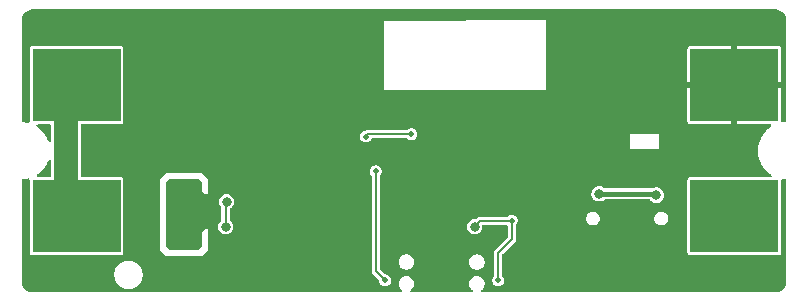
<source format=gbr>
%TF.GenerationSoftware,KiCad,Pcbnew,9.0.1*%
%TF.CreationDate,2025-08-28T21:03:41+10:00*%
%TF.ProjectId,ae-temp-monitor,61652d74-656d-4702-9d6d-6f6e69746f72,rev?*%
%TF.SameCoordinates,Original*%
%TF.FileFunction,Copper,L2,Bot*%
%TF.FilePolarity,Positive*%
%FSLAX46Y46*%
G04 Gerber Fmt 4.6, Leading zero omitted, Abs format (unit mm)*
G04 Created by KiCad (PCBNEW 9.0.1) date 2025-08-28 21:03:41*
%MOMM*%
%LPD*%
G01*
G04 APERTURE LIST*
%TA.AperFunction,SMDPad,CuDef*%
%ADD10R,7.450000X6.100000*%
%TD*%
%TA.AperFunction,ViaPad*%
%ADD11C,0.500000*%
%TD*%
%TA.AperFunction,ViaPad*%
%ADD12C,0.800000*%
%TD*%
%TA.AperFunction,Conductor*%
%ADD13C,2.000000*%
%TD*%
%TA.AperFunction,Conductor*%
%ADD14C,0.200000*%
%TD*%
%TA.AperFunction,Conductor*%
%ADD15C,0.400000*%
%TD*%
G04 APERTURE END LIST*
D10*
%TO.P,BT2,1,+*%
%TO.N,BATT*%
X166949999Y-80884924D03*
%TO.P,BT2,2,-*%
%TO.N,GND*%
X166949999Y-69784924D03*
%TO.P,BT2,3*%
%TO.N,N/C*%
X111250001Y-69784924D03*
X111250001Y-80884924D03*
%TD*%
D11*
%TO.N,GND*%
X156950000Y-72834924D03*
X146053595Y-73509924D03*
X139289298Y-79174223D03*
X119349999Y-82659925D03*
X140903596Y-79434925D03*
X120600000Y-78759925D03*
X151127687Y-80411064D03*
D12*
X154824999Y-84509924D03*
D11*
X135753596Y-73209925D03*
X143363286Y-84053405D03*
X161737501Y-76459923D03*
X144053594Y-77409925D03*
D12*
X160850000Y-84559924D03*
D11*
X147874576Y-85004844D03*
X137400688Y-84037997D03*
X142153595Y-73509926D03*
X153975000Y-77984924D03*
X140153594Y-71709924D03*
X112600000Y-76584922D03*
X146053595Y-75509926D03*
D12*
X150850000Y-81634925D03*
D11*
X116850000Y-75834925D03*
X148103594Y-71659926D03*
X140990629Y-84037998D03*
X135870019Y-78659592D03*
X160075000Y-77459925D03*
X152433595Y-66734923D03*
D12*
X161550000Y-82209924D03*
D11*
X144053595Y-73509926D03*
X163875000Y-71884925D03*
X142153596Y-75509925D03*
X146053595Y-77409926D03*
X142153596Y-77409926D03*
X144053594Y-75509925D03*
X140153594Y-72909926D03*
%TO.N,Net-(U1-EN{slash}CHIP_PU)*%
X137375000Y-86309925D03*
X136590858Y-77066389D03*
D12*
%TO.N,SCL*%
X123950001Y-79659925D03*
X144949999Y-81760924D03*
X123875000Y-81759924D03*
D11*
X148104922Y-81259968D03*
X146945000Y-86314924D03*
%TO.N,PXL_PWR*%
X135750001Y-74134925D03*
X139600000Y-73934924D03*
%TO.N,BATT*%
X167125000Y-78109924D03*
X167175000Y-79809925D03*
D12*
%TO.N,BATT_DIS*%
X155500000Y-78984923D03*
X160336279Y-79098311D03*
%TD*%
D13*
%TO.N,*%
X110346557Y-70688369D02*
X110346557Y-79981480D01*
D14*
%TO.N,Net-(U1-EN{slash}CHIP_PU)*%
X136590858Y-77066389D02*
X136590858Y-85525783D01*
X136590858Y-85525783D02*
X137375000Y-86309925D01*
%TO.N,SCL*%
X144949999Y-81760924D02*
X144950000Y-81759922D01*
X146945000Y-83989923D02*
X146945000Y-86314924D01*
X123875000Y-81759924D02*
X123875001Y-79659925D01*
X148104922Y-82830001D02*
X146945000Y-83989923D01*
X123875001Y-79659925D02*
X123950001Y-79659925D01*
X145449956Y-81259966D02*
X148104922Y-81259968D01*
X148104922Y-81259968D02*
X148104922Y-82830001D01*
X144950000Y-81759922D02*
X145449956Y-81259966D01*
%TO.N,PXL_PWR*%
X139600000Y-73934924D02*
X135949999Y-73934925D01*
X135949999Y-73934925D02*
X135750001Y-74134925D01*
D15*
%TO.N,BATT_DIS*%
X160336279Y-79098311D02*
X160222892Y-78984923D01*
X160222892Y-78984923D02*
X155500000Y-78984923D01*
%TD*%
%TA.AperFunction,Conductor*%
%TO.N,GND*%
G36*
X170355394Y-63335896D02*
G01*
X170503011Y-63348812D01*
X170516347Y-63350715D01*
X170541920Y-63355802D01*
X170549780Y-63357635D01*
X170678103Y-63392020D01*
X170693439Y-63397226D01*
X170705933Y-63402401D01*
X170710844Y-63404561D01*
X170839862Y-63464725D01*
X170839916Y-63464750D01*
X170858634Y-63475558D01*
X170983569Y-63563040D01*
X171000126Y-63576932D01*
X171107980Y-63684790D01*
X171121873Y-63701348D01*
X171209355Y-63826289D01*
X171220162Y-63845008D01*
X171280330Y-63974043D01*
X171282512Y-63979002D01*
X171287679Y-63991479D01*
X171292889Y-64006831D01*
X171327259Y-64135109D01*
X171329102Y-64143012D01*
X171334183Y-64168558D01*
X171336093Y-64181941D01*
X171349028Y-64329811D01*
X171349500Y-64340617D01*
X171349500Y-72804705D01*
X171329815Y-72871744D01*
X171277011Y-72917499D01*
X171225500Y-72928705D01*
X171198603Y-72928705D01*
X171064540Y-72945642D01*
X170995562Y-72934515D01*
X170943550Y-72887862D01*
X170924999Y-72822620D01*
X170924999Y-70034924D01*
X167199999Y-70034924D01*
X167199999Y-73084924D01*
X169971530Y-73084924D01*
X170001788Y-73093808D01*
X170032507Y-73100953D01*
X170035058Y-73103578D01*
X170038569Y-73104609D01*
X170059212Y-73128433D01*
X170081201Y-73151059D01*
X170081928Y-73154648D01*
X170084324Y-73157413D01*
X170088811Y-73188621D01*
X170095075Y-73219537D01*
X170093747Y-73222947D01*
X170094268Y-73226571D01*
X170081167Y-73255257D01*
X170069725Y-73284646D01*
X170066167Y-73288103D01*
X170065243Y-73290127D01*
X170044414Y-73309243D01*
X170017758Y-73328609D01*
X170013783Y-73331380D01*
X170012058Y-73332532D01*
X170008003Y-73335644D01*
X170005412Y-73337579D01*
X169813202Y-73477228D01*
X169813199Y-73477231D01*
X169771739Y-73516163D01*
X169767236Y-73520390D01*
X169762145Y-73524298D01*
X169747787Y-73538655D01*
X169746343Y-73540012D01*
X169592492Y-73684489D01*
X169550900Y-73734764D01*
X169547168Y-73739274D01*
X169539398Y-73747045D01*
X169522218Y-73769434D01*
X169520745Y-73771215D01*
X169399499Y-73917777D01*
X169399494Y-73917783D01*
X169359934Y-73980117D01*
X169359935Y-73980118D01*
X169356968Y-73984792D01*
X169347632Y-73996960D01*
X169331352Y-74025157D01*
X169329936Y-74027389D01*
X169237268Y-74173412D01*
X169237264Y-74173420D01*
X169202073Y-74248199D01*
X169202074Y-74248200D01*
X169199851Y-74252922D01*
X169190126Y-74269768D01*
X169176898Y-74301700D01*
X169175642Y-74304372D01*
X169110768Y-74442238D01*
X169108354Y-74447369D01*
X169108348Y-74447387D01*
X169079993Y-74534652D01*
X169079992Y-74534651D01*
X169078480Y-74539301D01*
X169069576Y-74560800D01*
X169060546Y-74594499D01*
X169059533Y-74597618D01*
X169014793Y-74735316D01*
X169014792Y-74735321D01*
X168995818Y-74834772D01*
X168995819Y-74834773D01*
X168994963Y-74839257D01*
X168988045Y-74865078D01*
X168983603Y-74898811D01*
X168982936Y-74902313D01*
X168982934Y-74902326D01*
X168958059Y-75032728D01*
X168958057Y-75032742D01*
X168951079Y-75143651D01*
X168950812Y-75147888D01*
X168946928Y-75177394D01*
X168946928Y-75209643D01*
X168946683Y-75213539D01*
X168946683Y-75213544D01*
X168939048Y-75334894D01*
X168939048Y-75334904D01*
X168946683Y-75456254D01*
X168946683Y-75456257D01*
X168946928Y-75460152D01*
X168946928Y-75492406D01*
X168950811Y-75521904D01*
X168951078Y-75526141D01*
X168951079Y-75526149D01*
X168958057Y-75637062D01*
X168958058Y-75637069D01*
X168982934Y-75767474D01*
X168983602Y-75770979D01*
X168988045Y-75804722D01*
X168994968Y-75830559D01*
X168995820Y-75835025D01*
X168995819Y-75835027D01*
X169014791Y-75934476D01*
X169014793Y-75934483D01*
X169059534Y-76072183D01*
X169060543Y-76075288D01*
X169069576Y-76109000D01*
X169078483Y-76130505D01*
X169079991Y-76135144D01*
X169079994Y-76135152D01*
X169108352Y-76222428D01*
X169175649Y-76365440D01*
X169175648Y-76365440D01*
X169176895Y-76368091D01*
X169190126Y-76400032D01*
X169199861Y-76416894D01*
X169202075Y-76421598D01*
X169202075Y-76421599D01*
X169237265Y-76496381D01*
X169237268Y-76496387D01*
X169329946Y-76642426D01*
X169331346Y-76644633D01*
X169347632Y-76672840D01*
X169356974Y-76685014D01*
X169359929Y-76689671D01*
X169359936Y-76689681D01*
X169399481Y-76751994D01*
X169399500Y-76752023D01*
X169520748Y-76898587D01*
X169522201Y-76900343D01*
X169539398Y-76922755D01*
X169547174Y-76930531D01*
X169550905Y-76935041D01*
X169592492Y-76985311D01*
X169746342Y-77129785D01*
X169747753Y-77131110D01*
X169762145Y-77145502D01*
X169767249Y-77149418D01*
X169813159Y-77192531D01*
X169813199Y-77192568D01*
X169813209Y-77192576D01*
X169837775Y-77210424D01*
X170006703Y-77333158D01*
X170012060Y-77337268D01*
X170013518Y-77338109D01*
X170019475Y-77342437D01*
X170043796Y-77360108D01*
X170086460Y-77415439D01*
X170092438Y-77485053D01*
X170059830Y-77546847D01*
X169998990Y-77581202D01*
X169970908Y-77584424D01*
X163200322Y-77584424D01*
X163127263Y-77598956D01*
X163127259Y-77598957D01*
X163044398Y-77654323D01*
X162989032Y-77737184D01*
X162989031Y-77737188D01*
X162974499Y-77810245D01*
X162974499Y-83959602D01*
X162989031Y-84032659D01*
X162989032Y-84032663D01*
X162989033Y-84032664D01*
X163044398Y-84115525D01*
X163127259Y-84170890D01*
X163127263Y-84170891D01*
X163200320Y-84185423D01*
X163200323Y-84185424D01*
X163200325Y-84185424D01*
X170699675Y-84185424D01*
X170699676Y-84185423D01*
X170772739Y-84170890D01*
X170855600Y-84115525D01*
X170910965Y-84032664D01*
X170925499Y-83959598D01*
X170925499Y-77847242D01*
X170929806Y-77832572D01*
X170929169Y-77817298D01*
X170939450Y-77799729D01*
X170945184Y-77780203D01*
X170956735Y-77770193D01*
X170964459Y-77756996D01*
X170982608Y-77747774D01*
X170997988Y-77734448D01*
X171014061Y-77731793D01*
X171026750Y-77725347D01*
X171058814Y-77724403D01*
X171062013Y-77723875D01*
X171063509Y-77724026D01*
X171198615Y-77741095D01*
X171231774Y-77741095D01*
X171238014Y-77741728D01*
X171264797Y-77752634D01*
X171292539Y-77760780D01*
X171296757Y-77765647D01*
X171302725Y-77768078D01*
X171319361Y-77791735D01*
X171338294Y-77813584D01*
X171339891Y-77820928D01*
X171342917Y-77825230D01*
X171343412Y-77837114D01*
X171349500Y-77865095D01*
X171349500Y-86329507D01*
X171349028Y-86340318D01*
X171336238Y-86486460D01*
X171334327Y-86499841D01*
X171328497Y-86529150D01*
X171326654Y-86537054D01*
X171293216Y-86661836D01*
X171288004Y-86677191D01*
X171280983Y-86694142D01*
X171278802Y-86699098D01*
X171220170Y-86824829D01*
X171209363Y-86843547D01*
X171121873Y-86968491D01*
X171107979Y-86985048D01*
X171000130Y-87092895D01*
X170983572Y-87106789D01*
X170858626Y-87194275D01*
X170839908Y-87205081D01*
X170714183Y-87263707D01*
X170709230Y-87265887D01*
X170692272Y-87272911D01*
X170676914Y-87278124D01*
X170552128Y-87311560D01*
X170544224Y-87313403D01*
X170514922Y-87319231D01*
X170501541Y-87321141D01*
X170377492Y-87331994D01*
X170355106Y-87333953D01*
X170344304Y-87334425D01*
X145610417Y-87334425D01*
X145543378Y-87314740D01*
X145497623Y-87261936D01*
X145487679Y-87192778D01*
X145516704Y-87129222D01*
X145541527Y-87107323D01*
X145554753Y-87098484D01*
X145559669Y-87095200D01*
X145650276Y-87004593D01*
X145721465Y-86898051D01*
X145770501Y-86779668D01*
X145783280Y-86715424D01*
X145795500Y-86653995D01*
X145795500Y-86525852D01*
X145770502Y-86400185D01*
X145770501Y-86400184D01*
X145770501Y-86400180D01*
X145721465Y-86281797D01*
X145721464Y-86281796D01*
X145721461Y-86281790D01*
X145650276Y-86175255D01*
X145650273Y-86175251D01*
X145559672Y-86084650D01*
X145559668Y-86084647D01*
X145453133Y-86013462D01*
X145453124Y-86013457D01*
X145334744Y-85964423D01*
X145334738Y-85964421D01*
X145209071Y-85939424D01*
X145209069Y-85939424D01*
X145080931Y-85939424D01*
X145080929Y-85939424D01*
X144955261Y-85964421D01*
X144955255Y-85964423D01*
X144836875Y-86013457D01*
X144836866Y-86013462D01*
X144730331Y-86084647D01*
X144730327Y-86084650D01*
X144639726Y-86175251D01*
X144639723Y-86175255D01*
X144568538Y-86281790D01*
X144568533Y-86281799D01*
X144519499Y-86400179D01*
X144519497Y-86400185D01*
X144494500Y-86525852D01*
X144494500Y-86525855D01*
X144494500Y-86653993D01*
X144494500Y-86653995D01*
X144494499Y-86653995D01*
X144519497Y-86779662D01*
X144519499Y-86779668D01*
X144568533Y-86898048D01*
X144568538Y-86898057D01*
X144639723Y-87004592D01*
X144639726Y-87004596D01*
X144730327Y-87095197D01*
X144730335Y-87095203D01*
X144748473Y-87107323D01*
X144793279Y-87160935D01*
X144801986Y-87230260D01*
X144771832Y-87293287D01*
X144712389Y-87330007D01*
X144679583Y-87334425D01*
X139632934Y-87334425D01*
X139565895Y-87314740D01*
X139520140Y-87261936D01*
X139510196Y-87192778D01*
X139539221Y-87129222D01*
X139564043Y-87107323D01*
X139589669Y-87090200D01*
X139680273Y-86999596D01*
X139680276Y-86999593D01*
X139751465Y-86893051D01*
X139800501Y-86774668D01*
X139813281Y-86710422D01*
X139825500Y-86648995D01*
X139825500Y-86520852D01*
X139800502Y-86395185D01*
X139800501Y-86395184D01*
X139800501Y-86395180D01*
X139751465Y-86276797D01*
X139751464Y-86276796D01*
X139751461Y-86276790D01*
X139680276Y-86170255D01*
X139680273Y-86170251D01*
X139589672Y-86079650D01*
X139589668Y-86079647D01*
X139483133Y-86008462D01*
X139483124Y-86008457D01*
X139364744Y-85959423D01*
X139364738Y-85959421D01*
X139239071Y-85934424D01*
X139239069Y-85934424D01*
X139110931Y-85934424D01*
X139110929Y-85934424D01*
X138985261Y-85959421D01*
X138985255Y-85959423D01*
X138866875Y-86008457D01*
X138866866Y-86008462D01*
X138760331Y-86079647D01*
X138760327Y-86079650D01*
X138669726Y-86170251D01*
X138669723Y-86170255D01*
X138598538Y-86276790D01*
X138598533Y-86276799D01*
X138549499Y-86395179D01*
X138549497Y-86395185D01*
X138524500Y-86520852D01*
X138524500Y-86520855D01*
X138524500Y-86648993D01*
X138524500Y-86648995D01*
X138524499Y-86648995D01*
X138549497Y-86774662D01*
X138549499Y-86774668D01*
X138598533Y-86893048D01*
X138598538Y-86893057D01*
X138669723Y-86999592D01*
X138669726Y-86999596D01*
X138760330Y-87090200D01*
X138785957Y-87107323D01*
X138830762Y-87160935D01*
X138839469Y-87230260D01*
X138809315Y-87293287D01*
X138749872Y-87330007D01*
X138717066Y-87334425D01*
X107605413Y-87334425D01*
X107594605Y-87333953D01*
X107448450Y-87321165D01*
X107435067Y-87319254D01*
X107405773Y-87313427D01*
X107397871Y-87311585D01*
X107273071Y-87278146D01*
X107257715Y-87272933D01*
X107240790Y-87265923D01*
X107235835Y-87263743D01*
X107110073Y-87205100D01*
X107091354Y-87194293D01*
X106966411Y-87106808D01*
X106949854Y-87092915D01*
X106842001Y-86985064D01*
X106828107Y-86968507D01*
X106740615Y-86843560D01*
X106729808Y-86824842D01*
X106723085Y-86810425D01*
X106671154Y-86699065D01*
X106669003Y-86694176D01*
X106661971Y-86677200D01*
X106656759Y-86661845D01*
X106656757Y-86661836D01*
X106623319Y-86537054D01*
X106621485Y-86529192D01*
X106615643Y-86499826D01*
X106613738Y-86486481D01*
X106600972Y-86340603D01*
X106600500Y-86329793D01*
X106600500Y-85740437D01*
X114449500Y-85740437D01*
X114449500Y-85929410D01*
X114479059Y-86116042D01*
X114537454Y-86295760D01*
X114590662Y-86400185D01*
X114623240Y-86464123D01*
X114734310Y-86616997D01*
X114867927Y-86750614D01*
X115020801Y-86861684D01*
X115092187Y-86898057D01*
X115189163Y-86947469D01*
X115189165Y-86947469D01*
X115189168Y-86947471D01*
X115253910Y-86968507D01*
X115368881Y-87005864D01*
X115555514Y-87035424D01*
X115555519Y-87035424D01*
X115744486Y-87035424D01*
X115931118Y-87005864D01*
X115995133Y-86985064D01*
X116110832Y-86947471D01*
X116279199Y-86861684D01*
X116432073Y-86750614D01*
X116565690Y-86616997D01*
X116676760Y-86464123D01*
X116762547Y-86295756D01*
X116820940Y-86116042D01*
X116825912Y-86084648D01*
X116850500Y-85929410D01*
X116850500Y-85740437D01*
X116820940Y-85553805D01*
X116776463Y-85416920D01*
X116762547Y-85374092D01*
X116762545Y-85374089D01*
X116762545Y-85374087D01*
X116717290Y-85285271D01*
X116676760Y-85205725D01*
X116565690Y-85052851D01*
X116432073Y-84919234D01*
X116279199Y-84808164D01*
X116110836Y-84722378D01*
X115931118Y-84663983D01*
X115744486Y-84634424D01*
X115744481Y-84634424D01*
X115555519Y-84634424D01*
X115555514Y-84634424D01*
X115368881Y-84663983D01*
X115189163Y-84722378D01*
X115020800Y-84808164D01*
X114933579Y-84871534D01*
X114867927Y-84919234D01*
X114867925Y-84919236D01*
X114867924Y-84919236D01*
X114734312Y-85052848D01*
X114734312Y-85052849D01*
X114734310Y-85052851D01*
X114686610Y-85118503D01*
X114623240Y-85205724D01*
X114537454Y-85374087D01*
X114479059Y-85553805D01*
X114449500Y-85740437D01*
X106600500Y-85740437D01*
X106600500Y-77865047D01*
X106620185Y-77798008D01*
X106672989Y-77752253D01*
X106724500Y-77741047D01*
X106751380Y-77741047D01*
X106751382Y-77741047D01*
X106751387Y-77741046D01*
X106751391Y-77741046D01*
X107051750Y-77703101D01*
X107051749Y-77703101D01*
X107051758Y-77703100D01*
X107119666Y-77685664D01*
X107189491Y-77688057D01*
X107246941Y-77727823D01*
X107273771Y-77792336D01*
X107274501Y-77805768D01*
X107274501Y-83959602D01*
X107289033Y-84032659D01*
X107289034Y-84032663D01*
X107289035Y-84032664D01*
X107344400Y-84115525D01*
X107427261Y-84170890D01*
X107427265Y-84170891D01*
X107500322Y-84185423D01*
X107500325Y-84185424D01*
X107500327Y-84185424D01*
X114999677Y-84185424D01*
X114999678Y-84185423D01*
X115072741Y-84170890D01*
X115155602Y-84115525D01*
X115210967Y-84032664D01*
X115225501Y-83959598D01*
X115225501Y-77810250D01*
X115225501Y-77810247D01*
X115225500Y-77810245D01*
X115210968Y-77737186D01*
X115204712Y-77727823D01*
X115192614Y-77709716D01*
X118349501Y-77709716D01*
X118349501Y-83709718D01*
X118349501Y-83710132D01*
X118849793Y-84210424D01*
X118901561Y-84210424D01*
X118901570Y-84210423D01*
X121850207Y-84210423D01*
X122350500Y-83710132D01*
X122350500Y-83709718D01*
X122350500Y-81959718D01*
X122350207Y-81959425D01*
X122350205Y-81959424D01*
X122100208Y-81959424D01*
X122099794Y-81959424D01*
X122099793Y-81959424D01*
X121849500Y-82209717D01*
X121849500Y-83408353D01*
X121829815Y-83475392D01*
X121813182Y-83496033D01*
X121636113Y-83673105D01*
X121574790Y-83706591D01*
X121548431Y-83709425D01*
X119151569Y-83709425D01*
X119084530Y-83689740D01*
X119063888Y-83673106D01*
X118886819Y-83496036D01*
X118853334Y-83434713D01*
X118850500Y-83408355D01*
X118850500Y-81823995D01*
X123224499Y-81823995D01*
X123249497Y-81949662D01*
X123249499Y-81949668D01*
X123298533Y-82068048D01*
X123298538Y-82068057D01*
X123369723Y-82174592D01*
X123369726Y-82174596D01*
X123460327Y-82265197D01*
X123460331Y-82265200D01*
X123566866Y-82336385D01*
X123566875Y-82336390D01*
X123593692Y-82347498D01*
X123685256Y-82385425D01*
X123685260Y-82385425D01*
X123685261Y-82385426D01*
X123810928Y-82410424D01*
X123810931Y-82410424D01*
X123939071Y-82410424D01*
X124023615Y-82393606D01*
X124064744Y-82385425D01*
X124183127Y-82336389D01*
X124289669Y-82265200D01*
X124380276Y-82174593D01*
X124451465Y-82068051D01*
X124500501Y-81949668D01*
X124525500Y-81823993D01*
X124525500Y-81695855D01*
X124525500Y-81695852D01*
X124500502Y-81570185D01*
X124500501Y-81570184D01*
X124500501Y-81570180D01*
X124451465Y-81451797D01*
X124451464Y-81451796D01*
X124451461Y-81451790D01*
X124380276Y-81345255D01*
X124380273Y-81345251D01*
X124289676Y-81254654D01*
X124289671Y-81254650D01*
X124289669Y-81254648D01*
X124280603Y-81248590D01*
X124235802Y-81194977D01*
X124225500Y-81145492D01*
X124225500Y-80324470D01*
X124245185Y-80257431D01*
X124280607Y-80221369D01*
X124364670Y-80165201D01*
X124455277Y-80074594D01*
X124526466Y-79968052D01*
X124575502Y-79849669D01*
X124583683Y-79808540D01*
X124600501Y-79723996D01*
X124600501Y-79595853D01*
X124575503Y-79470186D01*
X124575502Y-79470185D01*
X124575502Y-79470181D01*
X124526466Y-79351798D01*
X124526465Y-79351797D01*
X124526462Y-79351791D01*
X124455277Y-79245256D01*
X124455274Y-79245252D01*
X124364673Y-79154651D01*
X124364669Y-79154648D01*
X124258134Y-79083463D01*
X124258125Y-79083458D01*
X124139745Y-79034424D01*
X124139739Y-79034422D01*
X124014072Y-79009425D01*
X124014070Y-79009425D01*
X123885932Y-79009425D01*
X123885930Y-79009425D01*
X123760262Y-79034422D01*
X123760256Y-79034424D01*
X123641876Y-79083458D01*
X123641867Y-79083463D01*
X123535332Y-79154648D01*
X123535328Y-79154651D01*
X123444727Y-79245252D01*
X123444724Y-79245256D01*
X123373539Y-79351791D01*
X123373534Y-79351800D01*
X123324500Y-79470180D01*
X123324498Y-79470186D01*
X123299501Y-79595853D01*
X123299501Y-79595856D01*
X123299501Y-79723994D01*
X123299501Y-79723996D01*
X123299500Y-79723996D01*
X123324498Y-79849663D01*
X123324500Y-79849669D01*
X123373534Y-79968049D01*
X123373539Y-79968058D01*
X123444724Y-80074593D01*
X123444727Y-80074597D01*
X123488180Y-80118049D01*
X123521666Y-80179372D01*
X123524500Y-80205731D01*
X123524500Y-81145492D01*
X123504815Y-81212531D01*
X123469396Y-81248591D01*
X123460328Y-81254650D01*
X123460324Y-81254654D01*
X123369726Y-81345251D01*
X123369723Y-81345255D01*
X123298538Y-81451790D01*
X123298533Y-81451799D01*
X123249499Y-81570179D01*
X123249497Y-81570185D01*
X123224500Y-81695852D01*
X123224500Y-81695855D01*
X123224500Y-81823993D01*
X123224500Y-81823995D01*
X123224499Y-81823995D01*
X118850500Y-81823995D01*
X118850500Y-78011492D01*
X118870185Y-77944453D01*
X118886819Y-77923811D01*
X119063888Y-77746742D01*
X119125211Y-77713257D01*
X119151569Y-77710423D01*
X121548431Y-77710423D01*
X121615470Y-77730108D01*
X121636112Y-77746742D01*
X121813181Y-77923812D01*
X121846666Y-77985135D01*
X121849500Y-78011493D01*
X121849500Y-78710132D01*
X122082057Y-78942689D01*
X122082058Y-78942691D01*
X122099499Y-78960132D01*
X122099792Y-78960425D01*
X122350207Y-78960425D01*
X122350500Y-78960132D01*
X122350500Y-77709716D01*
X122350207Y-77709423D01*
X121850207Y-77209425D01*
X121850206Y-77209424D01*
X118850207Y-77209423D01*
X118849793Y-77209423D01*
X118849792Y-77209423D01*
X118361307Y-77697909D01*
X118361305Y-77697911D01*
X118349794Y-77709423D01*
X118349501Y-77709716D01*
X115192614Y-77709716D01*
X115155602Y-77654323D01*
X115072741Y-77598958D01*
X115072740Y-77598957D01*
X115072736Y-77598956D01*
X114999678Y-77584424D01*
X114999675Y-77584424D01*
X111721057Y-77584424D01*
X111654018Y-77564739D01*
X111608263Y-77511935D01*
X111597057Y-77460424D01*
X111597057Y-77000497D01*
X136090358Y-77000497D01*
X136090358Y-77132281D01*
X136096251Y-77154274D01*
X136124466Y-77259576D01*
X136136665Y-77280705D01*
X136190358Y-77373703D01*
X136190360Y-77373705D01*
X136204039Y-77387384D01*
X136237524Y-77448707D01*
X136240358Y-77475065D01*
X136240358Y-85571926D01*
X136264244Y-85661070D01*
X136264245Y-85661073D01*
X136310385Y-85740991D01*
X136310387Y-85740994D01*
X136310388Y-85740995D01*
X136582855Y-86013462D01*
X136838181Y-86268787D01*
X136871666Y-86330110D01*
X136874500Y-86356468D01*
X136874500Y-86375817D01*
X136886997Y-86422457D01*
X136908608Y-86503112D01*
X136923666Y-86529192D01*
X136974500Y-86617239D01*
X137067686Y-86710425D01*
X137181814Y-86776317D01*
X137309108Y-86810425D01*
X137309110Y-86810425D01*
X137440890Y-86810425D01*
X137440892Y-86810425D01*
X137568186Y-86776317D01*
X137682314Y-86710425D01*
X137775500Y-86617239D01*
X137841392Y-86503111D01*
X137875500Y-86375817D01*
X137875500Y-86244033D01*
X137841392Y-86116739D01*
X137775500Y-86002611D01*
X137682314Y-85909425D01*
X137625250Y-85876479D01*
X137568187Y-85843533D01*
X137504539Y-85826479D01*
X137440892Y-85809425D01*
X137440891Y-85809425D01*
X137421543Y-85809425D01*
X137354504Y-85789740D01*
X137333862Y-85773106D01*
X136977677Y-85416920D01*
X136944192Y-85355597D01*
X136941358Y-85329239D01*
X136941358Y-84823995D01*
X138524499Y-84823995D01*
X138549497Y-84949662D01*
X138549499Y-84949668D01*
X138598533Y-85068048D01*
X138598538Y-85068057D01*
X138669723Y-85174592D01*
X138669726Y-85174596D01*
X138760327Y-85265197D01*
X138760331Y-85265200D01*
X138866866Y-85336385D01*
X138866872Y-85336388D01*
X138866873Y-85336389D01*
X138985256Y-85385425D01*
X138985260Y-85385425D01*
X138985261Y-85385426D01*
X139110928Y-85410424D01*
X139110931Y-85410424D01*
X139239071Y-85410424D01*
X139339613Y-85390424D01*
X139364744Y-85385425D01*
X139483127Y-85336389D01*
X139589669Y-85265200D01*
X139680276Y-85174593D01*
X139751465Y-85068051D01*
X139800501Y-84949668D01*
X139824505Y-84828995D01*
X144494499Y-84828995D01*
X144519497Y-84954662D01*
X144519499Y-84954668D01*
X144568533Y-85073048D01*
X144568538Y-85073057D01*
X144639723Y-85179592D01*
X144639726Y-85179596D01*
X144730327Y-85270197D01*
X144730331Y-85270200D01*
X144836866Y-85341385D01*
X144836872Y-85341388D01*
X144836873Y-85341389D01*
X144955256Y-85390425D01*
X144955260Y-85390425D01*
X144955261Y-85390426D01*
X145080928Y-85415424D01*
X145080931Y-85415424D01*
X145209071Y-85415424D01*
X145293615Y-85398606D01*
X145334744Y-85390425D01*
X145453127Y-85341389D01*
X145559669Y-85270200D01*
X145650276Y-85179593D01*
X145721465Y-85073051D01*
X145770501Y-84954668D01*
X145795500Y-84828993D01*
X145795500Y-84700855D01*
X145795500Y-84700852D01*
X145770502Y-84575185D01*
X145770501Y-84575184D01*
X145770501Y-84575180D01*
X145721465Y-84456797D01*
X145721464Y-84456796D01*
X145721461Y-84456790D01*
X145650276Y-84350255D01*
X145650273Y-84350251D01*
X145559672Y-84259650D01*
X145559668Y-84259647D01*
X145453133Y-84188462D01*
X145453124Y-84188457D01*
X145334744Y-84139423D01*
X145334738Y-84139421D01*
X145209071Y-84114424D01*
X145209069Y-84114424D01*
X145080931Y-84114424D01*
X145080929Y-84114424D01*
X144955261Y-84139421D01*
X144955255Y-84139423D01*
X144836875Y-84188457D01*
X144836866Y-84188462D01*
X144730331Y-84259647D01*
X144730327Y-84259650D01*
X144639726Y-84350251D01*
X144639723Y-84350255D01*
X144568538Y-84456790D01*
X144568533Y-84456799D01*
X144519499Y-84575179D01*
X144519497Y-84575185D01*
X144494500Y-84700852D01*
X144494500Y-84700855D01*
X144494500Y-84828993D01*
X144494500Y-84828995D01*
X144494499Y-84828995D01*
X139824505Y-84828995D01*
X139825500Y-84823995D01*
X139825500Y-84695852D01*
X139800502Y-84570185D01*
X139800501Y-84570184D01*
X139800501Y-84570180D01*
X139751465Y-84451797D01*
X139751464Y-84451796D01*
X139751461Y-84451790D01*
X139680276Y-84345255D01*
X139680273Y-84345251D01*
X139589672Y-84254650D01*
X139589668Y-84254647D01*
X139483133Y-84183462D01*
X139483124Y-84183457D01*
X139364744Y-84134423D01*
X139364738Y-84134421D01*
X139239071Y-84109424D01*
X139239069Y-84109424D01*
X139110931Y-84109424D01*
X139110929Y-84109424D01*
X138985261Y-84134421D01*
X138985255Y-84134423D01*
X138866875Y-84183457D01*
X138866866Y-84183462D01*
X138760331Y-84254647D01*
X138760327Y-84254650D01*
X138669726Y-84345251D01*
X138669723Y-84345255D01*
X138598538Y-84451790D01*
X138598533Y-84451799D01*
X138549499Y-84570179D01*
X138549497Y-84570185D01*
X138524500Y-84695852D01*
X138524500Y-84695855D01*
X138524500Y-84823993D01*
X138524500Y-84823995D01*
X138524499Y-84823995D01*
X136941358Y-84823995D01*
X136941358Y-81824995D01*
X144299498Y-81824995D01*
X144324496Y-81950662D01*
X144324498Y-81950668D01*
X144373532Y-82069048D01*
X144373537Y-82069057D01*
X144444722Y-82175592D01*
X144444725Y-82175596D01*
X144535326Y-82266197D01*
X144535330Y-82266200D01*
X144641865Y-82337385D01*
X144641871Y-82337388D01*
X144641872Y-82337389D01*
X144760255Y-82386425D01*
X144760259Y-82386425D01*
X144760260Y-82386426D01*
X144885927Y-82411424D01*
X144885930Y-82411424D01*
X145014070Y-82411424D01*
X145098614Y-82394606D01*
X145139743Y-82386425D01*
X145258126Y-82337389D01*
X145364668Y-82266200D01*
X145455275Y-82175593D01*
X145526464Y-82069051D01*
X145575500Y-81950668D01*
X145600499Y-81824993D01*
X145600499Y-81734466D01*
X145620184Y-81667427D01*
X145672988Y-81621672D01*
X145724498Y-81610466D01*
X147630425Y-81610466D01*
X147697461Y-81630151D01*
X147743216Y-81682955D01*
X147754422Y-81734466D01*
X147754422Y-82633457D01*
X147734737Y-82700496D01*
X147718103Y-82721138D01*
X146664531Y-83774709D01*
X146664527Y-83774714D01*
X146618387Y-83854632D01*
X146618386Y-83854635D01*
X146594500Y-83943779D01*
X146594500Y-85906248D01*
X146574815Y-85973287D01*
X146558181Y-85993929D01*
X146544502Y-86007607D01*
X146544500Y-86007610D01*
X146478608Y-86121736D01*
X146444500Y-86249032D01*
X146444500Y-86380815D01*
X146478608Y-86508111D01*
X146495319Y-86537054D01*
X146544500Y-86622238D01*
X146637686Y-86715424D01*
X146736521Y-86772487D01*
X146748959Y-86779668D01*
X146751814Y-86781316D01*
X146879108Y-86815424D01*
X146879110Y-86815424D01*
X147010890Y-86815424D01*
X147010892Y-86815424D01*
X147138186Y-86781316D01*
X147252314Y-86715424D01*
X147345500Y-86622238D01*
X147411392Y-86508110D01*
X147445500Y-86380816D01*
X147445500Y-86249032D01*
X147411392Y-86121738D01*
X147408103Y-86116042D01*
X147387091Y-86079648D01*
X147345500Y-86007610D01*
X147331819Y-85993929D01*
X147298334Y-85932606D01*
X147295500Y-85906248D01*
X147295500Y-84186466D01*
X147315185Y-84119427D01*
X147331819Y-84098785D01*
X147757499Y-83673105D01*
X148385391Y-83045213D01*
X148431536Y-82965289D01*
X148455422Y-82876145D01*
X148455422Y-81668644D01*
X148475107Y-81601605D01*
X148491741Y-81580963D01*
X148505422Y-81567282D01*
X148571314Y-81453154D01*
X148605422Y-81325860D01*
X148605422Y-81194076D01*
X148571314Y-81066782D01*
X148538045Y-81009158D01*
X154394500Y-81009158D01*
X154394500Y-81160689D01*
X154433719Y-81307060D01*
X154456349Y-81346255D01*
X154509485Y-81438289D01*
X154616635Y-81545439D01*
X154747865Y-81621205D01*
X154894234Y-81660424D01*
X154894236Y-81660424D01*
X155045764Y-81660424D01*
X155045766Y-81660424D01*
X155192135Y-81621205D01*
X155323365Y-81545439D01*
X155430515Y-81438289D01*
X155506281Y-81307059D01*
X155545500Y-81160690D01*
X155545500Y-81009158D01*
X160174500Y-81009158D01*
X160174500Y-81160689D01*
X160213719Y-81307060D01*
X160236349Y-81346255D01*
X160289485Y-81438289D01*
X160396635Y-81545439D01*
X160527865Y-81621205D01*
X160674234Y-81660424D01*
X160674236Y-81660424D01*
X160825764Y-81660424D01*
X160825766Y-81660424D01*
X160972135Y-81621205D01*
X161103365Y-81545439D01*
X161210515Y-81438289D01*
X161286281Y-81307059D01*
X161325500Y-81160690D01*
X161325500Y-81009158D01*
X161286281Y-80862789D01*
X161210515Y-80731559D01*
X161103365Y-80624409D01*
X161037750Y-80586526D01*
X160972136Y-80548643D01*
X160898950Y-80529033D01*
X160825766Y-80509424D01*
X160674234Y-80509424D01*
X160527863Y-80548643D01*
X160396635Y-80624409D01*
X160396632Y-80624411D01*
X160289487Y-80731556D01*
X160289485Y-80731559D01*
X160213719Y-80862787D01*
X160174500Y-81009158D01*
X155545500Y-81009158D01*
X155506281Y-80862789D01*
X155430515Y-80731559D01*
X155323365Y-80624409D01*
X155257750Y-80586526D01*
X155192136Y-80548643D01*
X155118950Y-80529033D01*
X155045766Y-80509424D01*
X154894234Y-80509424D01*
X154747863Y-80548643D01*
X154616635Y-80624409D01*
X154616632Y-80624411D01*
X154509487Y-80731556D01*
X154509485Y-80731559D01*
X154433719Y-80862787D01*
X154394500Y-81009158D01*
X148538045Y-81009158D01*
X148505422Y-80952654D01*
X148412236Y-80859468D01*
X148355172Y-80826522D01*
X148298109Y-80793576D01*
X148234461Y-80776522D01*
X148170814Y-80759468D01*
X148039030Y-80759468D01*
X147911736Y-80793576D01*
X147911735Y-80793576D01*
X147911733Y-80793577D01*
X147911732Y-80793577D01*
X147797605Y-80859468D01*
X147783925Y-80873149D01*
X147722601Y-80906633D01*
X147696246Y-80909466D01*
X145403812Y-80909466D01*
X145314668Y-80933352D01*
X145314665Y-80933353D01*
X145234747Y-80979493D01*
X145234742Y-80979497D01*
X145135790Y-81078448D01*
X145074467Y-81111932D01*
X145023917Y-81112383D01*
X145014069Y-81110424D01*
X145014068Y-81110424D01*
X144885930Y-81110424D01*
X144885928Y-81110424D01*
X144760260Y-81135421D01*
X144760254Y-81135423D01*
X144641874Y-81184457D01*
X144641865Y-81184462D01*
X144535330Y-81255647D01*
X144535326Y-81255650D01*
X144444725Y-81346251D01*
X144444722Y-81346255D01*
X144373537Y-81452790D01*
X144373532Y-81452799D01*
X144324498Y-81571179D01*
X144324496Y-81571185D01*
X144299499Y-81696852D01*
X144299499Y-81696855D01*
X144299499Y-81824993D01*
X144299499Y-81824995D01*
X144299498Y-81824995D01*
X136941358Y-81824995D01*
X136941358Y-79048994D01*
X154849499Y-79048994D01*
X154874497Y-79174661D01*
X154874499Y-79174667D01*
X154923533Y-79293047D01*
X154923538Y-79293056D01*
X154994723Y-79399591D01*
X154994726Y-79399595D01*
X155085327Y-79490196D01*
X155085331Y-79490199D01*
X155191866Y-79561384D01*
X155191872Y-79561387D01*
X155191873Y-79561388D01*
X155310256Y-79610424D01*
X155310260Y-79610424D01*
X155310261Y-79610425D01*
X155435928Y-79635423D01*
X155435931Y-79635423D01*
X155564071Y-79635423D01*
X155648615Y-79618605D01*
X155689744Y-79610424D01*
X155808127Y-79561388D01*
X155914669Y-79490199D01*
X155914672Y-79490196D01*
X155933127Y-79471742D01*
X155994450Y-79438257D01*
X156020808Y-79435423D01*
X159712901Y-79435423D01*
X159779940Y-79455108D01*
X159816003Y-79490531D01*
X159831005Y-79512983D01*
X159921606Y-79603584D01*
X159921610Y-79603587D01*
X160028145Y-79674772D01*
X160028151Y-79674775D01*
X160028152Y-79674776D01*
X160146535Y-79723812D01*
X160146539Y-79723812D01*
X160146540Y-79723813D01*
X160272207Y-79748811D01*
X160272210Y-79748811D01*
X160400350Y-79748811D01*
X160484894Y-79731993D01*
X160526023Y-79723812D01*
X160644406Y-79674776D01*
X160750948Y-79603587D01*
X160841555Y-79512980D01*
X160912744Y-79406438D01*
X160961780Y-79288055D01*
X160986779Y-79162380D01*
X160986779Y-79034242D01*
X160986779Y-79034239D01*
X160961781Y-78908572D01*
X160961780Y-78908571D01*
X160961780Y-78908567D01*
X160912744Y-78790184D01*
X160912743Y-78790183D01*
X160912740Y-78790177D01*
X160841555Y-78683642D01*
X160841552Y-78683638D01*
X160750951Y-78593037D01*
X160750947Y-78593034D01*
X160644412Y-78521849D01*
X160644403Y-78521844D01*
X160526023Y-78472810D01*
X160526017Y-78472808D01*
X160400350Y-78447811D01*
X160400348Y-78447811D01*
X160272210Y-78447811D01*
X160272208Y-78447811D01*
X160146540Y-78472808D01*
X160146534Y-78472810D01*
X160022524Y-78524177D01*
X160021767Y-78522349D01*
X159973561Y-78534423D01*
X156020808Y-78534423D01*
X155953769Y-78514738D01*
X155933127Y-78498104D01*
X155914672Y-78479649D01*
X155914668Y-78479646D01*
X155808133Y-78408461D01*
X155808124Y-78408456D01*
X155689744Y-78359422D01*
X155689738Y-78359420D01*
X155564071Y-78334423D01*
X155564069Y-78334423D01*
X155435931Y-78334423D01*
X155435929Y-78334423D01*
X155310261Y-78359420D01*
X155310255Y-78359422D01*
X155191875Y-78408456D01*
X155191866Y-78408461D01*
X155085331Y-78479646D01*
X155085327Y-78479649D01*
X154994726Y-78570250D01*
X154994723Y-78570254D01*
X154923538Y-78676789D01*
X154923533Y-78676798D01*
X154874499Y-78795178D01*
X154874497Y-78795184D01*
X154849500Y-78920851D01*
X154849500Y-78920854D01*
X154849500Y-79048992D01*
X154849500Y-79048994D01*
X154849499Y-79048994D01*
X136941358Y-79048994D01*
X136941358Y-77475065D01*
X136961043Y-77408026D01*
X136977677Y-77387384D01*
X136983814Y-77381247D01*
X136991358Y-77373703D01*
X137057250Y-77259575D01*
X137091358Y-77132281D01*
X137091358Y-77000497D01*
X137057250Y-76873203D01*
X136991358Y-76759075D01*
X136898172Y-76665889D01*
X136841108Y-76632943D01*
X136784045Y-76599997D01*
X136720397Y-76582943D01*
X136656750Y-76565889D01*
X136524966Y-76565889D01*
X136397670Y-76599997D01*
X136283544Y-76665889D01*
X136283541Y-76665891D01*
X136190360Y-76759072D01*
X136190358Y-76759075D01*
X136124466Y-76873201D01*
X136107695Y-76935793D01*
X136090358Y-77000497D01*
X111597057Y-77000497D01*
X111597057Y-75184923D01*
X158100000Y-75184923D01*
X160600000Y-75184922D01*
X160600001Y-73934924D01*
X158100000Y-73934924D01*
X158100000Y-75184923D01*
X111597057Y-75184923D01*
X111597057Y-74069033D01*
X135249501Y-74069033D01*
X135249501Y-74200816D01*
X135283609Y-74328112D01*
X135287831Y-74335424D01*
X135349501Y-74442239D01*
X135442687Y-74535425D01*
X135556815Y-74601317D01*
X135684109Y-74635425D01*
X135684111Y-74635425D01*
X135815891Y-74635425D01*
X135815893Y-74635425D01*
X135943187Y-74601317D01*
X136057315Y-74535425D01*
X136150501Y-74442239D01*
X136205243Y-74347424D01*
X136255810Y-74299208D01*
X136312630Y-74285424D01*
X139191324Y-74285424D01*
X139258363Y-74305109D01*
X139279005Y-74321743D01*
X139292686Y-74335424D01*
X139406814Y-74401316D01*
X139534108Y-74435424D01*
X139534110Y-74435424D01*
X139665890Y-74435424D01*
X139665892Y-74435424D01*
X139793186Y-74401316D01*
X139907314Y-74335424D01*
X140000500Y-74242238D01*
X140066392Y-74128110D01*
X140100500Y-74000816D01*
X140100500Y-73869032D01*
X140066392Y-73741738D01*
X140064969Y-73739274D01*
X140057563Y-73726445D01*
X140000500Y-73627610D01*
X139907314Y-73534424D01*
X139850250Y-73501478D01*
X139793187Y-73468532D01*
X139729539Y-73451478D01*
X139665892Y-73434424D01*
X139534108Y-73434424D01*
X139406814Y-73468532D01*
X139406813Y-73468532D01*
X139406811Y-73468533D01*
X139406810Y-73468533D01*
X139292683Y-73534424D01*
X139279001Y-73548107D01*
X139217677Y-73581591D01*
X139191322Y-73584424D01*
X135903857Y-73584424D01*
X135903855Y-73584425D01*
X135838326Y-73601983D01*
X135838323Y-73601984D01*
X135814711Y-73608311D01*
X135814709Y-73608311D01*
X135814709Y-73608312D01*
X135793541Y-73620533D01*
X135786022Y-73623648D01*
X135770045Y-73625365D01*
X135736254Y-73634425D01*
X135684109Y-73634425D01*
X135556813Y-73668533D01*
X135442687Y-73734425D01*
X135442684Y-73734427D01*
X135349503Y-73827608D01*
X135349501Y-73827611D01*
X135283609Y-73941737D01*
X135249501Y-74069033D01*
X111597057Y-74069033D01*
X111597057Y-73209424D01*
X111616742Y-73142385D01*
X111669546Y-73096630D01*
X111721057Y-73085424D01*
X114999677Y-73085424D01*
X114999678Y-73085423D01*
X115072741Y-73070890D01*
X115155602Y-73015525D01*
X115210967Y-72932664D01*
X115225501Y-72859598D01*
X115225501Y-72859552D01*
X162974999Y-72859552D01*
X162989502Y-72932464D01*
X162989504Y-72932468D01*
X163044759Y-73015163D01*
X163127454Y-73070418D01*
X163127458Y-73070420D01*
X163200370Y-73084923D01*
X163200373Y-73084924D01*
X166699999Y-73084924D01*
X166699999Y-70034924D01*
X162974999Y-70034924D01*
X162974999Y-72859552D01*
X115225501Y-72859552D01*
X115225501Y-66710250D01*
X115225501Y-66710247D01*
X115225500Y-66710245D01*
X115210968Y-66637188D01*
X115210967Y-66637184D01*
X115155602Y-66554323D01*
X115072741Y-66498958D01*
X115072740Y-66498957D01*
X115072736Y-66498956D01*
X114999678Y-66484424D01*
X114999675Y-66484424D01*
X107500327Y-66484424D01*
X107500324Y-66484424D01*
X107427265Y-66498956D01*
X107427261Y-66498957D01*
X107344400Y-66554323D01*
X107289034Y-66637184D01*
X107289033Y-66637188D01*
X107274501Y-66710245D01*
X107274501Y-72864031D01*
X107254816Y-72931070D01*
X107202012Y-72976825D01*
X107132854Y-72986769D01*
X107119664Y-72984135D01*
X107051755Y-72966699D01*
X106751391Y-72928753D01*
X106751382Y-72928753D01*
X106724499Y-72928753D01*
X106657460Y-72909068D01*
X106611705Y-72856264D01*
X106600499Y-72804753D01*
X106600499Y-64360756D01*
X137325000Y-64360756D01*
X137325000Y-70159648D01*
X151000000Y-70184922D01*
X151000000Y-66710295D01*
X162974999Y-66710295D01*
X162974999Y-69534924D01*
X166699999Y-69534924D01*
X167199999Y-69534924D01*
X170924999Y-69534924D01*
X170924999Y-66710297D01*
X170924998Y-66710295D01*
X170910495Y-66637383D01*
X170910493Y-66637379D01*
X170855238Y-66554684D01*
X170772543Y-66499429D01*
X170772539Y-66499427D01*
X170699626Y-66484924D01*
X167199999Y-66484924D01*
X167199999Y-69534924D01*
X166699999Y-69534924D01*
X166699999Y-66484924D01*
X163200372Y-66484924D01*
X163127458Y-66499427D01*
X163127454Y-66499429D01*
X163044759Y-66554684D01*
X162989504Y-66637379D01*
X162989502Y-66637383D01*
X162974999Y-66710295D01*
X151000000Y-66710295D01*
X151000000Y-64284922D01*
X150999999Y-64284921D01*
X137325000Y-64360756D01*
X106600499Y-64360756D01*
X106600499Y-64340330D01*
X106600971Y-64329527D01*
X106603659Y-64298792D01*
X106603659Y-64298791D01*
X106604872Y-64284921D01*
X106613881Y-64181916D01*
X106615784Y-64168580D01*
X106620880Y-64142961D01*
X106622701Y-64135153D01*
X106657088Y-64006809D01*
X106662292Y-63991479D01*
X106667488Y-63978932D01*
X106669619Y-63974088D01*
X106729816Y-63844990D01*
X106740618Y-63826280D01*
X106828109Y-63701325D01*
X106841999Y-63684773D01*
X106949857Y-63576913D01*
X106966407Y-63563025D01*
X107091366Y-63475526D01*
X107110064Y-63464731D01*
X107239186Y-63404519D01*
X107243980Y-63402409D01*
X107256563Y-63397197D01*
X107271882Y-63391997D01*
X107400204Y-63357612D01*
X107408073Y-63355777D01*
X107433648Y-63350690D01*
X107446996Y-63348785D01*
X107594299Y-63335897D01*
X107605106Y-63335425D01*
X170344588Y-63335425D01*
X170355394Y-63335896D01*
G37*
%TD.AperFunction*%
%TD*%
%TA.AperFunction,NonConductor*%
G36*
X109039096Y-73105109D02*
G01*
X109084851Y-73157913D01*
X109096057Y-73209424D01*
X109096057Y-74447613D01*
X109076372Y-74514652D01*
X109023568Y-74560407D01*
X108954410Y-74570351D01*
X108890854Y-74541326D01*
X108854126Y-74485931D01*
X108841675Y-74447613D01*
X108841602Y-74447387D01*
X108773928Y-74303573D01*
X108759917Y-74269747D01*
X108749610Y-74251896D01*
X108745066Y-74242238D01*
X108712693Y-74173441D01*
X108712689Y-74173435D01*
X108712679Y-74173420D01*
X108619846Y-74027139D01*
X108602408Y-73996934D01*
X108592408Y-73983902D01*
X108550462Y-73917806D01*
X108430873Y-73773248D01*
X108430873Y-73773247D01*
X108429423Y-73771495D01*
X108410638Y-73747013D01*
X108402134Y-73738509D01*
X108398757Y-73734427D01*
X108357473Y-73684523D01*
X108340445Y-73668533D01*
X108205855Y-73542144D01*
X108204443Y-73540818D01*
X108187887Y-73524262D01*
X108182012Y-73519754D01*
X108177515Y-73515531D01*
X108136772Y-73477271D01*
X108136773Y-73477271D01*
X108136768Y-73477267D01*
X107947509Y-73339761D01*
X107946195Y-73338806D01*
X107937966Y-73332492D01*
X107935716Y-73331193D01*
X107930464Y-73327377D01*
X107930455Y-73327371D01*
X107906190Y-73309741D01*
X107863525Y-73254411D01*
X107857547Y-73184797D01*
X107890154Y-73123003D01*
X107950993Y-73088646D01*
X107979077Y-73085424D01*
X108972057Y-73085424D01*
X109039096Y-73105109D01*
G37*
%TD.AperFunction*%
%TA.AperFunction,NonConductor*%
G36*
X109026767Y-76110907D02*
G01*
X109078244Y-76158151D01*
X109096057Y-76222185D01*
X109096057Y-77460424D01*
X109076372Y-77527463D01*
X109023568Y-77573218D01*
X108972057Y-77584424D01*
X107979010Y-77584424D01*
X107948751Y-77575539D01*
X107918040Y-77568399D01*
X107915485Y-77565771D01*
X107911971Y-77564739D01*
X107891328Y-77540915D01*
X107869343Y-77518296D01*
X107868614Y-77514703D01*
X107866216Y-77511935D01*
X107861729Y-77480730D01*
X107855464Y-77449819D01*
X107856793Y-77446403D01*
X107856272Y-77442777D01*
X107869373Y-77414089D01*
X107880811Y-77384708D01*
X107884371Y-77381247D01*
X107885297Y-77379221D01*
X107906117Y-77360111D01*
X107930467Y-77342420D01*
X107934678Y-77339705D01*
X107934585Y-77339566D01*
X107937954Y-77337314D01*
X107937966Y-77337308D01*
X107945015Y-77331898D01*
X107947421Y-77330101D01*
X108136768Y-77192533D01*
X108182020Y-77150038D01*
X108187887Y-77145538D01*
X108204428Y-77128995D01*
X108357473Y-76985277D01*
X108402140Y-76931283D01*
X108410638Y-76922787D01*
X108429428Y-76898298D01*
X108550462Y-76751994D01*
X108592411Y-76685892D01*
X108602408Y-76672866D01*
X108619837Y-76642675D01*
X108712691Y-76496362D01*
X108749612Y-76417900D01*
X108759917Y-76400053D01*
X108773925Y-76366233D01*
X108841602Y-76222413D01*
X108854126Y-76183868D01*
X108893562Y-76126192D01*
X108957921Y-76098993D01*
X109026767Y-76110907D01*
G37*
%TD.AperFunction*%
M02*

</source>
